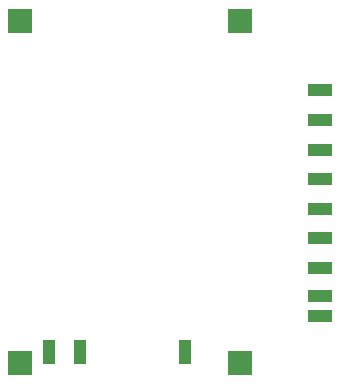
<source format=gbr>
%TF.GenerationSoftware,KiCad,Pcbnew,8.0.6*%
%TF.CreationDate,2025-04-06T11:44:27-05:00*%
%TF.ProjectId,front-panel.processor,66726f6e-742d-4706-916e-656c2e70726f,rev?*%
%TF.SameCoordinates,Original*%
%TF.FileFunction,Paste,Bot*%
%TF.FilePolarity,Positive*%
%FSLAX46Y46*%
G04 Gerber Fmt 4.6, Leading zero omitted, Abs format (unit mm)*
G04 Created by KiCad (PCBNEW 8.0.6) date 2025-04-06 11:44:27*
%MOMM*%
%LPD*%
G01*
G04 APERTURE LIST*
%ADD10R,2.000000X1.100000*%
%ADD11R,1.000000X2.000000*%
%ADD12R,2.000000X2.000000*%
G04 APERTURE END LIST*
D10*
%TO.C,J5*%
X65977400Y-196366000D03*
X65977400Y-198866000D03*
X65977400Y-201366000D03*
X65977400Y-203866000D03*
X65977400Y-206366000D03*
X65977400Y-208866000D03*
X65977400Y-211291000D03*
X65977400Y-212991000D03*
X65977400Y-193866000D03*
D11*
X54577400Y-216041000D03*
D12*
X59227400Y-216941000D03*
X40577400Y-216941000D03*
X59227400Y-187941000D03*
X40577400Y-187941000D03*
D11*
X43027400Y-216041000D03*
X45627400Y-216041000D03*
%TD*%
M02*

</source>
